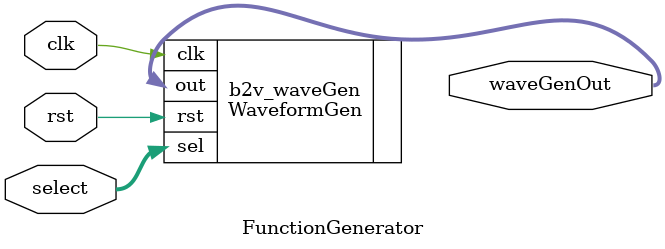
<source format=v>


module FunctionGenerator(
	clk,
	rst,
	select,
	waveGenOut
);


input wire	clk;
input wire	rst;
input wire	[1:0] select;
output wire	[7:0] waveGenOut;






WaveformGen	b2v_waveGen(
	.clk(clk),
	.rst(rst),
	.sel(select),
	.out(waveGenOut));


endmodule

</source>
